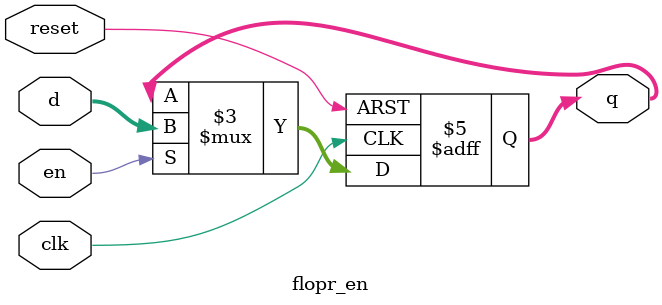
<source format=v>
`timescale 1ns / 1ps


module flopr_en # (parameter WIDTH = 8)(
    input                  clk, 
    input                  reset,
    input                  en,
    input      [WIDTH-1:0] d,
    output reg [WIDTH-1:0] q
);

always @ (posedge clk, posedge reset)
    if (reset)  q <= 0;
    else if(en) q <= d;
    else        q <= q;
    
endmodule

</source>
